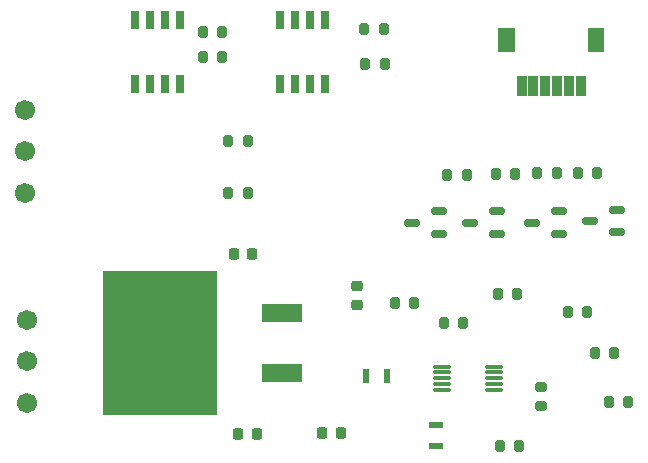
<source format=gts>
%TF.GenerationSoftware,KiCad,Pcbnew,7.0.10*%
%TF.CreationDate,2024-04-30T20:07:41-04:00*%
%TF.ProjectId,FutekCircuit,46757465-6b43-4697-9263-7569742e6b69,rev?*%
%TF.SameCoordinates,Original*%
%TF.FileFunction,Soldermask,Top*%
%TF.FilePolarity,Negative*%
%FSLAX46Y46*%
G04 Gerber Fmt 4.6, Leading zero omitted, Abs format (unit mm)*
G04 Created by KiCad (PCBNEW 7.0.10) date 2024-04-30 20:07:41*
%MOMM*%
%LPD*%
G01*
G04 APERTURE LIST*
G04 Aperture macros list*
%AMRoundRect*
0 Rectangle with rounded corners*
0 $1 Rounding radius*
0 $2 $3 $4 $5 $6 $7 $8 $9 X,Y pos of 4 corners*
0 Add a 4 corners polygon primitive as box body*
4,1,4,$2,$3,$4,$5,$6,$7,$8,$9,$2,$3,0*
0 Add four circle primitives for the rounded corners*
1,1,$1+$1,$2,$3*
1,1,$1+$1,$4,$5*
1,1,$1+$1,$6,$7*
1,1,$1+$1,$8,$9*
0 Add four rect primitives between the rounded corners*
20,1,$1+$1,$2,$3,$4,$5,0*
20,1,$1+$1,$4,$5,$6,$7,0*
20,1,$1+$1,$6,$7,$8,$9,0*
20,1,$1+$1,$8,$9,$2,$3,0*%
G04 Aperture macros list end*
%ADD10C,0.010000*%
%ADD11RoundRect,0.200000X-0.200000X-0.275000X0.200000X-0.275000X0.200000X0.275000X-0.200000X0.275000X0*%
%ADD12RoundRect,0.075000X-0.650000X-0.075000X0.650000X-0.075000X0.650000X0.075000X-0.650000X0.075000X0*%
%ADD13RoundRect,0.200000X0.200000X0.275000X-0.200000X0.275000X-0.200000X-0.275000X0.200000X-0.275000X0*%
%ADD14R,3.500000X1.600000*%
%ADD15R,9.750000X12.200000*%
%ADD16C,1.701800*%
%ADD17RoundRect,0.225000X0.225000X0.250000X-0.225000X0.250000X-0.225000X-0.250000X0.225000X-0.250000X0*%
%ADD18R,0.650000X1.525000*%
%ADD19RoundRect,0.225000X0.250000X-0.225000X0.250000X0.225000X-0.250000X0.225000X-0.250000X-0.225000X0*%
%ADD20RoundRect,0.200000X-0.275000X0.200000X-0.275000X-0.200000X0.275000X-0.200000X0.275000X0.200000X0*%
%ADD21R,0.600000X1.250000*%
%ADD22RoundRect,0.150000X0.512500X0.150000X-0.512500X0.150000X-0.512500X-0.150000X0.512500X-0.150000X0*%
%ADD23RoundRect,0.225000X-0.225000X-0.250000X0.225000X-0.250000X0.225000X0.250000X-0.225000X0.250000X0*%
%ADD24R,1.250000X0.600000*%
G04 APERTURE END LIST*
%TO.C,J3*%
D10*
X216449200Y-78827200D02*
X215096800Y-78827200D01*
X215096800Y-76874800D01*
X216449200Y-76874800D01*
X216449200Y-78827200D01*
G36*
X216449200Y-78827200D02*
G01*
X215096800Y-78827200D01*
X215096800Y-76874800D01*
X216449200Y-76874800D01*
X216449200Y-78827200D01*
G37*
X214849200Y-82577200D02*
X214096800Y-82577200D01*
X214096800Y-80924800D01*
X214849200Y-80924800D01*
X214849200Y-82577200D01*
G36*
X214849200Y-82577200D02*
G01*
X214096800Y-82577200D01*
X214096800Y-80924800D01*
X214849200Y-80924800D01*
X214849200Y-82577200D01*
G37*
X213849200Y-82577200D02*
X213096800Y-82577200D01*
X213096800Y-80924800D01*
X213849200Y-80924800D01*
X213849200Y-82577200D01*
G36*
X213849200Y-82577200D02*
G01*
X213096800Y-82577200D01*
X213096800Y-80924800D01*
X213849200Y-80924800D01*
X213849200Y-82577200D01*
G37*
X212849200Y-82577200D02*
X212096800Y-82577200D01*
X212096800Y-80924800D01*
X212849200Y-80924800D01*
X212849200Y-82577200D01*
G36*
X212849200Y-82577200D02*
G01*
X212096800Y-82577200D01*
X212096800Y-80924800D01*
X212849200Y-80924800D01*
X212849200Y-82577200D01*
G37*
X211849200Y-82577200D02*
X211096800Y-82577200D01*
X211096800Y-80924800D01*
X211849200Y-80924800D01*
X211849200Y-82577200D01*
G36*
X211849200Y-82577200D02*
G01*
X211096800Y-82577200D01*
X211096800Y-80924800D01*
X211849200Y-80924800D01*
X211849200Y-82577200D01*
G37*
X210849200Y-82577200D02*
X210096800Y-82577200D01*
X210096800Y-80924800D01*
X210849200Y-80924800D01*
X210849200Y-82577200D01*
G36*
X210849200Y-82577200D02*
G01*
X210096800Y-82577200D01*
X210096800Y-80924800D01*
X210849200Y-80924800D01*
X210849200Y-82577200D01*
G37*
X209849200Y-82577200D02*
X209096800Y-82577200D01*
X209096800Y-80924800D01*
X209849200Y-80924800D01*
X209849200Y-82577200D01*
G36*
X209849200Y-82577200D02*
G01*
X209096800Y-82577200D01*
X209096800Y-80924800D01*
X209849200Y-80924800D01*
X209849200Y-82577200D01*
G37*
X208849200Y-78827200D02*
X207496800Y-78827200D01*
X207496800Y-76874800D01*
X208849200Y-76874800D01*
X208849200Y-78827200D01*
G36*
X208849200Y-78827200D02*
G01*
X207496800Y-78827200D01*
X207496800Y-76874800D01*
X208849200Y-76874800D01*
X208849200Y-78827200D01*
G37*
%TD*%
D11*
%TO.C,R9*%
X210853000Y-89154000D03*
X212503000Y-89154000D03*
%TD*%
%TO.C,R3*%
X196279000Y-79883000D03*
X197929000Y-79883000D03*
%TD*%
%TO.C,R2*%
X182537600Y-77241400D03*
X184187600Y-77241400D03*
%TD*%
D12*
%TO.C,U4*%
X202787000Y-105537000D03*
X202787000Y-106037000D03*
X202787000Y-106537000D03*
X202787000Y-107037000D03*
X202787000Y-107537000D03*
X207187000Y-107537000D03*
X207187000Y-107037000D03*
X207187000Y-106537000D03*
X207187000Y-106037000D03*
X207187000Y-105537000D03*
%TD*%
D13*
%TO.C,R6*%
X186321200Y-90881200D03*
X184671200Y-90881200D03*
%TD*%
D14*
%TO.C,U3*%
X189218000Y-106045000D03*
D15*
X178943000Y-103505000D03*
D14*
X189218000Y-100965000D03*
%TD*%
D11*
%TO.C,R1*%
X182506600Y-79324200D03*
X184156600Y-79324200D03*
%TD*%
D16*
%TO.C,J1*%
X167640000Y-101600000D03*
X167640000Y-105100001D03*
X167640000Y-108600001D03*
%TD*%
D17*
%TO.C,C2*%
X194196000Y-111125000D03*
X192646000Y-111125000D03*
%TD*%
D18*
%TO.C,U2*%
X176784000Y-81624000D03*
X178054000Y-81624000D03*
X179324000Y-81624000D03*
X180594000Y-81624000D03*
X180594000Y-76200000D03*
X179324000Y-76200000D03*
X178054000Y-76200000D03*
X176784000Y-76200000D03*
%TD*%
D11*
%TO.C,R7*%
X214282000Y-89154000D03*
X215932000Y-89154000D03*
%TD*%
D13*
%TO.C,R15*%
X200418200Y-100152200D03*
X198768200Y-100152200D03*
%TD*%
D19*
%TO.C,C3*%
X195554600Y-98755200D03*
X195554600Y-100305200D03*
%TD*%
D16*
%TO.C,J2*%
X167513000Y-83820000D03*
X167513000Y-87320001D03*
X167513000Y-90820001D03*
%TD*%
D11*
%TO.C,R11*%
X207315800Y-89255600D03*
X208965800Y-89255600D03*
%TD*%
%TO.C,R5*%
X184696600Y-86410800D03*
X186346600Y-86410800D03*
%TD*%
D20*
%TO.C,R17*%
X211150200Y-107238800D03*
X211150200Y-108888800D03*
%TD*%
D13*
%TO.C,R14*%
X209142600Y-99415600D03*
X207492600Y-99415600D03*
%TD*%
%TO.C,R18*%
X204583800Y-101854000D03*
X202933800Y-101854000D03*
%TD*%
D21*
%TO.C,FB3*%
X196356400Y-106324400D03*
X198156400Y-106324400D03*
%TD*%
D13*
%TO.C,R16*%
X209320400Y-112293400D03*
X207670400Y-112293400D03*
%TD*%
%TO.C,R10*%
X217379800Y-104394000D03*
X215729800Y-104394000D03*
%TD*%
%TO.C,R12*%
X215093800Y-100939600D03*
X213443800Y-100939600D03*
%TD*%
%TO.C,R8*%
X218548200Y-108559600D03*
X216898200Y-108559600D03*
%TD*%
D17*
%TO.C,C1*%
X186703000Y-96012000D03*
X185153000Y-96012000D03*
%TD*%
D11*
%TO.C,R4*%
X196215000Y-76962000D03*
X197865000Y-76962000D03*
%TD*%
D22*
%TO.C,Q4\u002C3\u002C2\u002C1*%
X202481000Y-94295000D03*
X202481000Y-92395000D03*
X200206000Y-93345000D03*
%TD*%
%TO.C,Q2*%
X212641000Y-94295000D03*
X212641000Y-92395000D03*
X210366000Y-93345000D03*
%TD*%
D23*
%TO.C,C4*%
X185547000Y-111252000D03*
X187097000Y-111252000D03*
%TD*%
D22*
%TO.C,Q1*%
X217594000Y-94168000D03*
X217594000Y-92268000D03*
X215319000Y-93218000D03*
%TD*%
D11*
%TO.C,R13*%
X203233000Y-89281000D03*
X204883000Y-89281000D03*
%TD*%
D22*
%TO.C,Q3*%
X207434000Y-94295000D03*
X207434000Y-92395000D03*
X205159000Y-93345000D03*
%TD*%
D18*
%TO.C,U1*%
X192913000Y-76200000D03*
X191643000Y-76200000D03*
X190373000Y-76200000D03*
X189103000Y-76200000D03*
X189103000Y-81624000D03*
X190373000Y-81624000D03*
X191643000Y-81624000D03*
X192913000Y-81624000D03*
%TD*%
D24*
%TO.C,FB2*%
X202311000Y-110490000D03*
X202311000Y-112290000D03*
%TD*%
M02*

</source>
